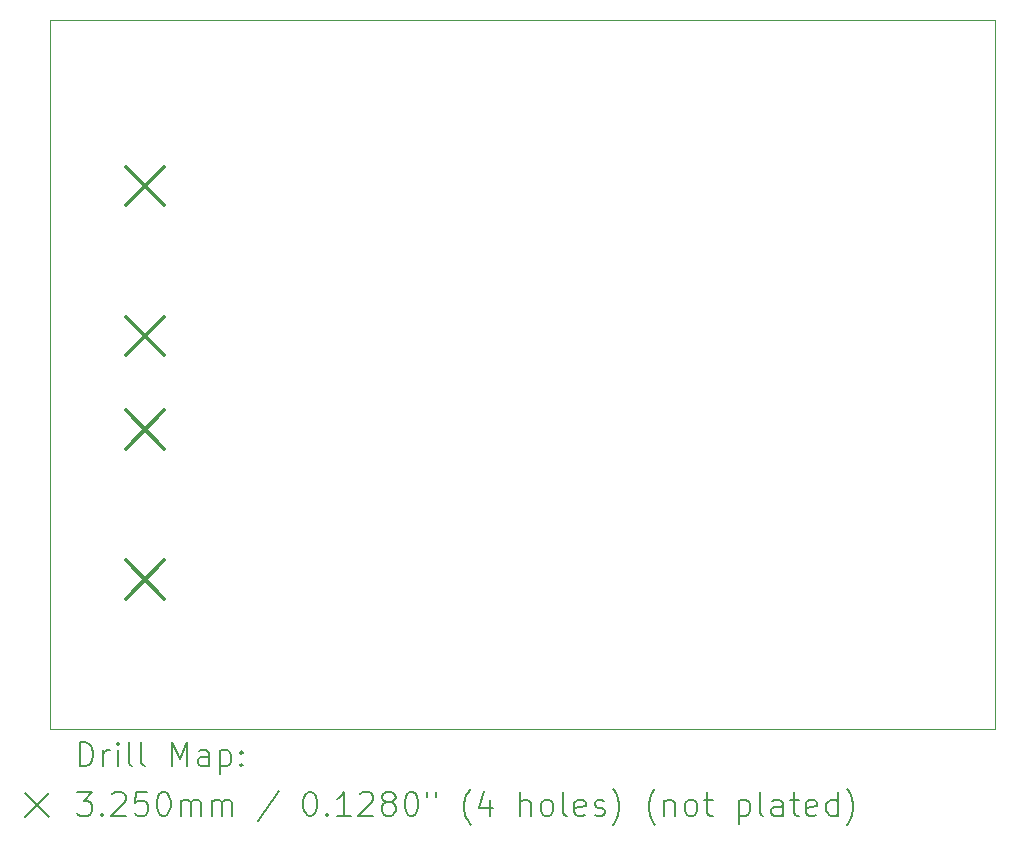
<source format=gbr>
%TF.GenerationSoftware,KiCad,Pcbnew,(6.0.10)*%
%TF.CreationDate,2023-01-13T00:09:33-05:00*%
%TF.ProjectId,shield,73686965-6c64-42e6-9b69-6361645f7063,rev?*%
%TF.SameCoordinates,Original*%
%TF.FileFunction,Drillmap*%
%TF.FilePolarity,Positive*%
%FSLAX45Y45*%
G04 Gerber Fmt 4.5, Leading zero omitted, Abs format (unit mm)*
G04 Created by KiCad (PCBNEW (6.0.10)) date 2023-01-13 00:09:33*
%MOMM*%
%LPD*%
G01*
G04 APERTURE LIST*
%ADD10C,0.100000*%
%ADD11C,0.200000*%
%ADD12C,0.325000*%
G04 APERTURE END LIST*
D10*
X7200000Y-6500000D02*
X15200000Y-6500000D01*
X15200000Y-6500000D02*
X15200000Y-12500000D01*
X15200000Y-12500000D02*
X7200000Y-12500000D01*
X7200000Y-12500000D02*
X7200000Y-6500000D01*
D11*
D12*
X7846000Y-7741500D02*
X8171000Y-8066500D01*
X8171000Y-7741500D02*
X7846000Y-8066500D01*
X7846000Y-9011500D02*
X8171000Y-9336500D01*
X8171000Y-9011500D02*
X7846000Y-9336500D01*
X7846000Y-9802500D02*
X8171000Y-10127500D01*
X8171000Y-9802500D02*
X7846000Y-10127500D01*
X7846000Y-11072500D02*
X8171000Y-11397500D01*
X8171000Y-11072500D02*
X7846000Y-11397500D01*
D11*
X7452619Y-12815476D02*
X7452619Y-12615476D01*
X7500238Y-12615476D01*
X7528809Y-12625000D01*
X7547857Y-12644048D01*
X7557381Y-12663095D01*
X7566905Y-12701190D01*
X7566905Y-12729762D01*
X7557381Y-12767857D01*
X7547857Y-12786905D01*
X7528809Y-12805952D01*
X7500238Y-12815476D01*
X7452619Y-12815476D01*
X7652619Y-12815476D02*
X7652619Y-12682143D01*
X7652619Y-12720238D02*
X7662143Y-12701190D01*
X7671667Y-12691667D01*
X7690714Y-12682143D01*
X7709762Y-12682143D01*
X7776428Y-12815476D02*
X7776428Y-12682143D01*
X7776428Y-12615476D02*
X7766905Y-12625000D01*
X7776428Y-12634524D01*
X7785952Y-12625000D01*
X7776428Y-12615476D01*
X7776428Y-12634524D01*
X7900238Y-12815476D02*
X7881190Y-12805952D01*
X7871667Y-12786905D01*
X7871667Y-12615476D01*
X8005000Y-12815476D02*
X7985952Y-12805952D01*
X7976428Y-12786905D01*
X7976428Y-12615476D01*
X8233571Y-12815476D02*
X8233571Y-12615476D01*
X8300238Y-12758333D01*
X8366905Y-12615476D01*
X8366905Y-12815476D01*
X8547857Y-12815476D02*
X8547857Y-12710714D01*
X8538333Y-12691667D01*
X8519286Y-12682143D01*
X8481190Y-12682143D01*
X8462143Y-12691667D01*
X8547857Y-12805952D02*
X8528810Y-12815476D01*
X8481190Y-12815476D01*
X8462143Y-12805952D01*
X8452619Y-12786905D01*
X8452619Y-12767857D01*
X8462143Y-12748809D01*
X8481190Y-12739286D01*
X8528810Y-12739286D01*
X8547857Y-12729762D01*
X8643095Y-12682143D02*
X8643095Y-12882143D01*
X8643095Y-12691667D02*
X8662143Y-12682143D01*
X8700238Y-12682143D01*
X8719286Y-12691667D01*
X8728810Y-12701190D01*
X8738333Y-12720238D01*
X8738333Y-12777381D01*
X8728810Y-12796428D01*
X8719286Y-12805952D01*
X8700238Y-12815476D01*
X8662143Y-12815476D01*
X8643095Y-12805952D01*
X8824048Y-12796428D02*
X8833571Y-12805952D01*
X8824048Y-12815476D01*
X8814524Y-12805952D01*
X8824048Y-12796428D01*
X8824048Y-12815476D01*
X8824048Y-12691667D02*
X8833571Y-12701190D01*
X8824048Y-12710714D01*
X8814524Y-12701190D01*
X8824048Y-12691667D01*
X8824048Y-12710714D01*
X6995000Y-13045000D02*
X7195000Y-13245000D01*
X7195000Y-13045000D02*
X6995000Y-13245000D01*
X7433571Y-13035476D02*
X7557381Y-13035476D01*
X7490714Y-13111667D01*
X7519286Y-13111667D01*
X7538333Y-13121190D01*
X7547857Y-13130714D01*
X7557381Y-13149762D01*
X7557381Y-13197381D01*
X7547857Y-13216428D01*
X7538333Y-13225952D01*
X7519286Y-13235476D01*
X7462143Y-13235476D01*
X7443095Y-13225952D01*
X7433571Y-13216428D01*
X7643095Y-13216428D02*
X7652619Y-13225952D01*
X7643095Y-13235476D01*
X7633571Y-13225952D01*
X7643095Y-13216428D01*
X7643095Y-13235476D01*
X7728809Y-13054524D02*
X7738333Y-13045000D01*
X7757381Y-13035476D01*
X7805000Y-13035476D01*
X7824048Y-13045000D01*
X7833571Y-13054524D01*
X7843095Y-13073571D01*
X7843095Y-13092619D01*
X7833571Y-13121190D01*
X7719286Y-13235476D01*
X7843095Y-13235476D01*
X8024048Y-13035476D02*
X7928809Y-13035476D01*
X7919286Y-13130714D01*
X7928809Y-13121190D01*
X7947857Y-13111667D01*
X7995476Y-13111667D01*
X8014524Y-13121190D01*
X8024048Y-13130714D01*
X8033571Y-13149762D01*
X8033571Y-13197381D01*
X8024048Y-13216428D01*
X8014524Y-13225952D01*
X7995476Y-13235476D01*
X7947857Y-13235476D01*
X7928809Y-13225952D01*
X7919286Y-13216428D01*
X8157381Y-13035476D02*
X8176428Y-13035476D01*
X8195476Y-13045000D01*
X8205000Y-13054524D01*
X8214524Y-13073571D01*
X8224048Y-13111667D01*
X8224048Y-13159286D01*
X8214524Y-13197381D01*
X8205000Y-13216428D01*
X8195476Y-13225952D01*
X8176428Y-13235476D01*
X8157381Y-13235476D01*
X8138333Y-13225952D01*
X8128809Y-13216428D01*
X8119286Y-13197381D01*
X8109762Y-13159286D01*
X8109762Y-13111667D01*
X8119286Y-13073571D01*
X8128809Y-13054524D01*
X8138333Y-13045000D01*
X8157381Y-13035476D01*
X8309762Y-13235476D02*
X8309762Y-13102143D01*
X8309762Y-13121190D02*
X8319286Y-13111667D01*
X8338333Y-13102143D01*
X8366905Y-13102143D01*
X8385952Y-13111667D01*
X8395476Y-13130714D01*
X8395476Y-13235476D01*
X8395476Y-13130714D02*
X8405000Y-13111667D01*
X8424048Y-13102143D01*
X8452619Y-13102143D01*
X8471667Y-13111667D01*
X8481190Y-13130714D01*
X8481190Y-13235476D01*
X8576429Y-13235476D02*
X8576429Y-13102143D01*
X8576429Y-13121190D02*
X8585952Y-13111667D01*
X8605000Y-13102143D01*
X8633571Y-13102143D01*
X8652619Y-13111667D01*
X8662143Y-13130714D01*
X8662143Y-13235476D01*
X8662143Y-13130714D02*
X8671667Y-13111667D01*
X8690714Y-13102143D01*
X8719286Y-13102143D01*
X8738333Y-13111667D01*
X8747857Y-13130714D01*
X8747857Y-13235476D01*
X9138333Y-13025952D02*
X8966905Y-13283095D01*
X9395476Y-13035476D02*
X9414524Y-13035476D01*
X9433571Y-13045000D01*
X9443095Y-13054524D01*
X9452619Y-13073571D01*
X9462143Y-13111667D01*
X9462143Y-13159286D01*
X9452619Y-13197381D01*
X9443095Y-13216428D01*
X9433571Y-13225952D01*
X9414524Y-13235476D01*
X9395476Y-13235476D01*
X9376429Y-13225952D01*
X9366905Y-13216428D01*
X9357381Y-13197381D01*
X9347857Y-13159286D01*
X9347857Y-13111667D01*
X9357381Y-13073571D01*
X9366905Y-13054524D01*
X9376429Y-13045000D01*
X9395476Y-13035476D01*
X9547857Y-13216428D02*
X9557381Y-13225952D01*
X9547857Y-13235476D01*
X9538333Y-13225952D01*
X9547857Y-13216428D01*
X9547857Y-13235476D01*
X9747857Y-13235476D02*
X9633571Y-13235476D01*
X9690714Y-13235476D02*
X9690714Y-13035476D01*
X9671667Y-13064048D01*
X9652619Y-13083095D01*
X9633571Y-13092619D01*
X9824048Y-13054524D02*
X9833571Y-13045000D01*
X9852619Y-13035476D01*
X9900238Y-13035476D01*
X9919286Y-13045000D01*
X9928810Y-13054524D01*
X9938333Y-13073571D01*
X9938333Y-13092619D01*
X9928810Y-13121190D01*
X9814524Y-13235476D01*
X9938333Y-13235476D01*
X10052619Y-13121190D02*
X10033571Y-13111667D01*
X10024048Y-13102143D01*
X10014524Y-13083095D01*
X10014524Y-13073571D01*
X10024048Y-13054524D01*
X10033571Y-13045000D01*
X10052619Y-13035476D01*
X10090714Y-13035476D01*
X10109762Y-13045000D01*
X10119286Y-13054524D01*
X10128810Y-13073571D01*
X10128810Y-13083095D01*
X10119286Y-13102143D01*
X10109762Y-13111667D01*
X10090714Y-13121190D01*
X10052619Y-13121190D01*
X10033571Y-13130714D01*
X10024048Y-13140238D01*
X10014524Y-13159286D01*
X10014524Y-13197381D01*
X10024048Y-13216428D01*
X10033571Y-13225952D01*
X10052619Y-13235476D01*
X10090714Y-13235476D01*
X10109762Y-13225952D01*
X10119286Y-13216428D01*
X10128810Y-13197381D01*
X10128810Y-13159286D01*
X10119286Y-13140238D01*
X10109762Y-13130714D01*
X10090714Y-13121190D01*
X10252619Y-13035476D02*
X10271667Y-13035476D01*
X10290714Y-13045000D01*
X10300238Y-13054524D01*
X10309762Y-13073571D01*
X10319286Y-13111667D01*
X10319286Y-13159286D01*
X10309762Y-13197381D01*
X10300238Y-13216428D01*
X10290714Y-13225952D01*
X10271667Y-13235476D01*
X10252619Y-13235476D01*
X10233571Y-13225952D01*
X10224048Y-13216428D01*
X10214524Y-13197381D01*
X10205000Y-13159286D01*
X10205000Y-13111667D01*
X10214524Y-13073571D01*
X10224048Y-13054524D01*
X10233571Y-13045000D01*
X10252619Y-13035476D01*
X10395476Y-13035476D02*
X10395476Y-13073571D01*
X10471667Y-13035476D02*
X10471667Y-13073571D01*
X10766905Y-13311667D02*
X10757381Y-13302143D01*
X10738333Y-13273571D01*
X10728810Y-13254524D01*
X10719286Y-13225952D01*
X10709762Y-13178333D01*
X10709762Y-13140238D01*
X10719286Y-13092619D01*
X10728810Y-13064048D01*
X10738333Y-13045000D01*
X10757381Y-13016428D01*
X10766905Y-13006905D01*
X10928810Y-13102143D02*
X10928810Y-13235476D01*
X10881190Y-13025952D02*
X10833571Y-13168809D01*
X10957381Y-13168809D01*
X11185952Y-13235476D02*
X11185952Y-13035476D01*
X11271667Y-13235476D02*
X11271667Y-13130714D01*
X11262143Y-13111667D01*
X11243095Y-13102143D01*
X11214524Y-13102143D01*
X11195476Y-13111667D01*
X11185952Y-13121190D01*
X11395476Y-13235476D02*
X11376428Y-13225952D01*
X11366905Y-13216428D01*
X11357381Y-13197381D01*
X11357381Y-13140238D01*
X11366905Y-13121190D01*
X11376428Y-13111667D01*
X11395476Y-13102143D01*
X11424048Y-13102143D01*
X11443095Y-13111667D01*
X11452619Y-13121190D01*
X11462143Y-13140238D01*
X11462143Y-13197381D01*
X11452619Y-13216428D01*
X11443095Y-13225952D01*
X11424048Y-13235476D01*
X11395476Y-13235476D01*
X11576428Y-13235476D02*
X11557381Y-13225952D01*
X11547857Y-13206905D01*
X11547857Y-13035476D01*
X11728809Y-13225952D02*
X11709762Y-13235476D01*
X11671667Y-13235476D01*
X11652619Y-13225952D01*
X11643095Y-13206905D01*
X11643095Y-13130714D01*
X11652619Y-13111667D01*
X11671667Y-13102143D01*
X11709762Y-13102143D01*
X11728809Y-13111667D01*
X11738333Y-13130714D01*
X11738333Y-13149762D01*
X11643095Y-13168809D01*
X11814524Y-13225952D02*
X11833571Y-13235476D01*
X11871667Y-13235476D01*
X11890714Y-13225952D01*
X11900238Y-13206905D01*
X11900238Y-13197381D01*
X11890714Y-13178333D01*
X11871667Y-13168809D01*
X11843095Y-13168809D01*
X11824048Y-13159286D01*
X11814524Y-13140238D01*
X11814524Y-13130714D01*
X11824048Y-13111667D01*
X11843095Y-13102143D01*
X11871667Y-13102143D01*
X11890714Y-13111667D01*
X11966905Y-13311667D02*
X11976428Y-13302143D01*
X11995476Y-13273571D01*
X12005000Y-13254524D01*
X12014524Y-13225952D01*
X12024048Y-13178333D01*
X12024048Y-13140238D01*
X12014524Y-13092619D01*
X12005000Y-13064048D01*
X11995476Y-13045000D01*
X11976428Y-13016428D01*
X11966905Y-13006905D01*
X12328809Y-13311667D02*
X12319286Y-13302143D01*
X12300238Y-13273571D01*
X12290714Y-13254524D01*
X12281190Y-13225952D01*
X12271667Y-13178333D01*
X12271667Y-13140238D01*
X12281190Y-13092619D01*
X12290714Y-13064048D01*
X12300238Y-13045000D01*
X12319286Y-13016428D01*
X12328809Y-13006905D01*
X12405000Y-13102143D02*
X12405000Y-13235476D01*
X12405000Y-13121190D02*
X12414524Y-13111667D01*
X12433571Y-13102143D01*
X12462143Y-13102143D01*
X12481190Y-13111667D01*
X12490714Y-13130714D01*
X12490714Y-13235476D01*
X12614524Y-13235476D02*
X12595476Y-13225952D01*
X12585952Y-13216428D01*
X12576428Y-13197381D01*
X12576428Y-13140238D01*
X12585952Y-13121190D01*
X12595476Y-13111667D01*
X12614524Y-13102143D01*
X12643095Y-13102143D01*
X12662143Y-13111667D01*
X12671667Y-13121190D01*
X12681190Y-13140238D01*
X12681190Y-13197381D01*
X12671667Y-13216428D01*
X12662143Y-13225952D01*
X12643095Y-13235476D01*
X12614524Y-13235476D01*
X12738333Y-13102143D02*
X12814524Y-13102143D01*
X12766905Y-13035476D02*
X12766905Y-13206905D01*
X12776428Y-13225952D01*
X12795476Y-13235476D01*
X12814524Y-13235476D01*
X13033571Y-13102143D02*
X13033571Y-13302143D01*
X13033571Y-13111667D02*
X13052619Y-13102143D01*
X13090714Y-13102143D01*
X13109762Y-13111667D01*
X13119286Y-13121190D01*
X13128809Y-13140238D01*
X13128809Y-13197381D01*
X13119286Y-13216428D01*
X13109762Y-13225952D01*
X13090714Y-13235476D01*
X13052619Y-13235476D01*
X13033571Y-13225952D01*
X13243095Y-13235476D02*
X13224048Y-13225952D01*
X13214524Y-13206905D01*
X13214524Y-13035476D01*
X13405000Y-13235476D02*
X13405000Y-13130714D01*
X13395476Y-13111667D01*
X13376428Y-13102143D01*
X13338333Y-13102143D01*
X13319286Y-13111667D01*
X13405000Y-13225952D02*
X13385952Y-13235476D01*
X13338333Y-13235476D01*
X13319286Y-13225952D01*
X13309762Y-13206905D01*
X13309762Y-13187857D01*
X13319286Y-13168809D01*
X13338333Y-13159286D01*
X13385952Y-13159286D01*
X13405000Y-13149762D01*
X13471667Y-13102143D02*
X13547857Y-13102143D01*
X13500238Y-13035476D02*
X13500238Y-13206905D01*
X13509762Y-13225952D01*
X13528809Y-13235476D01*
X13547857Y-13235476D01*
X13690714Y-13225952D02*
X13671667Y-13235476D01*
X13633571Y-13235476D01*
X13614524Y-13225952D01*
X13605000Y-13206905D01*
X13605000Y-13130714D01*
X13614524Y-13111667D01*
X13633571Y-13102143D01*
X13671667Y-13102143D01*
X13690714Y-13111667D01*
X13700238Y-13130714D01*
X13700238Y-13149762D01*
X13605000Y-13168809D01*
X13871667Y-13235476D02*
X13871667Y-13035476D01*
X13871667Y-13225952D02*
X13852619Y-13235476D01*
X13814524Y-13235476D01*
X13795476Y-13225952D01*
X13785952Y-13216428D01*
X13776428Y-13197381D01*
X13776428Y-13140238D01*
X13785952Y-13121190D01*
X13795476Y-13111667D01*
X13814524Y-13102143D01*
X13852619Y-13102143D01*
X13871667Y-13111667D01*
X13947857Y-13311667D02*
X13957381Y-13302143D01*
X13976428Y-13273571D01*
X13985952Y-13254524D01*
X13995476Y-13225952D01*
X14005000Y-13178333D01*
X14005000Y-13140238D01*
X13995476Y-13092619D01*
X13985952Y-13064048D01*
X13976428Y-13045000D01*
X13957381Y-13016428D01*
X13947857Y-13006905D01*
M02*

</source>
